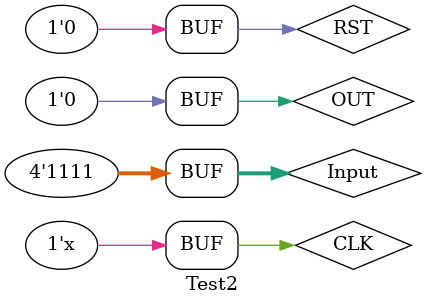
<source format=v>
`timescale 1ns / 1ps


module Test2;

	// Inputs
	reg [3:0] Input;
	reg OUT;
	reg CLK;
	reg RST;

	// Instantiate the Unit Under Test (UUT)
	PWM uut (
		.Input(Input), 
		.OUT(OUT), 
		.CLK(CLK), 
		.RST(RST)
	);

	initial begin
		// Initialize Inputs
		Input = 0;
		OUT = 0;
		CLK = 0;
		RST = 1;

		// Wait 100 ns for global reset to finish
		#100;
		RST=0;
		Input=4'b1111;
       end
		// Add stimulus here


	always begin
	#5 CLK =~ CLK;
	end
      
endmodule


</source>
